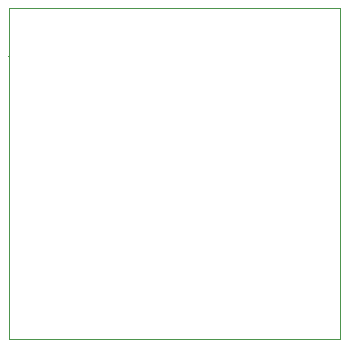
<source format=gbr>
%TF.GenerationSoftware,KiCad,Pcbnew,9.0.4*%
%TF.CreationDate,2025-10-01T23:04:06+01:00*%
%TF.ProjectId,mm_light_sensor,6d6d5f6c-6967-4687-945f-73656e736f72,v0.4*%
%TF.SameCoordinates,PX8d24d00PY36d6160*%
%TF.FileFunction,Other,User*%
%FSLAX45Y45*%
G04 Gerber Fmt 4.5, Leading zero omitted, Abs format (unit mm)*
G04 Created by KiCad (PCBNEW 9.0.4) date 2025-10-01 23:04:06*
%MOMM*%
%LPD*%
G01*
G04 APERTURE LIST*
%ADD10C,0.100000*%
%ADD11C,0.130000*%
%ADD12C,0.120000*%
%ADD13C,0.110000*%
G04 APERTURE END LIST*
D10*
X-1400000Y1400000D02*
X1400000Y1400000D01*
X1400000Y-1400000D01*
X-1400000Y-1400000D01*
X-1400000Y1400000D01*
D11*
%TO.C,GS1*%
X-1400000Y1000000D02*
X-1400000Y1000000D01*
D12*
%TO.C,GS2*%
X1400000Y-1000000D02*
X1400000Y-1000000D01*
D13*
%TO.C,GS3*%
X-1000000Y-1400000D02*
X-1000000Y-1400000D01*
%TD*%
M02*

</source>
